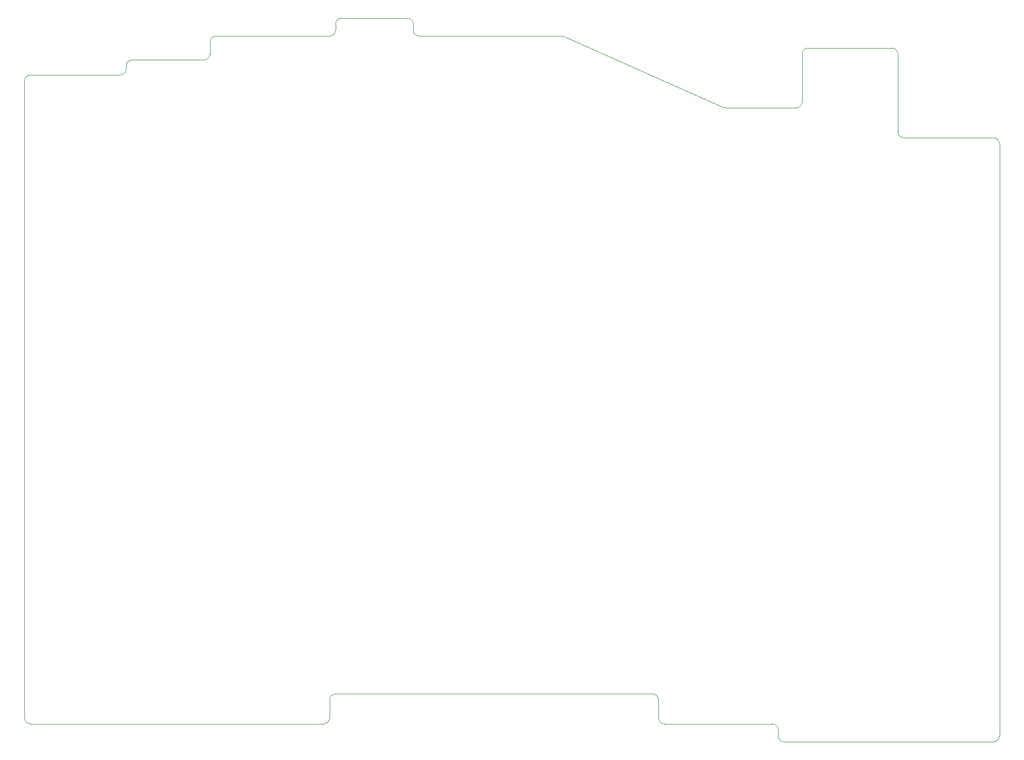
<source format=gbr>
%TF.GenerationSoftware,KiCad,Pcbnew,8.0.6*%
%TF.CreationDate,2024-10-31T21:18:19+01:00*%
%TF.ProjectId,keyboard,6b657962-6f61-4726-942e-6b696361645f,rev?*%
%TF.SameCoordinates,Original*%
%TF.FileFunction,Profile,NP*%
%FSLAX46Y46*%
G04 Gerber Fmt 4.6, Leading zero omitted, Abs format (unit mm)*
G04 Created by KiCad (PCBNEW 8.0.6) date 2024-10-31 21:18:19*
%MOMM*%
%LPD*%
G01*
G04 APERTURE LIST*
%TA.AperFunction,Profile*%
%ADD10C,0.050000*%
%TD*%
G04 APERTURE END LIST*
D10*
X77000000Y-39000000D02*
X77000000Y-39500000D01*
X77000000Y-39000000D02*
G75*
G02*
X78000000Y-38000000I1000000J0D01*
G01*
X223000000Y-52000000D02*
X223000000Y-151000000D01*
X166000000Y-148000000D02*
X166000000Y-145000000D01*
X191000000Y-36000000D02*
X205000000Y-36000000D01*
X190000000Y-45000000D02*
X190000000Y-37000000D01*
X165000000Y-144000000D02*
X112000000Y-144000000D01*
X185000000Y-149000000D02*
G75*
G02*
X186000000Y-150000000I0J-1000000D01*
G01*
X206000000Y-37000000D02*
X206000000Y-50000000D01*
X177212214Y-46000000D02*
G75*
G02*
X176806073Y-45913817I-14J1000000D01*
G01*
X124000000Y-31000000D02*
G75*
G02*
X125000000Y-32000000I0J-1000000D01*
G01*
X190000000Y-45000000D02*
G75*
G02*
X189000000Y-46000000I-1000000J0D01*
G01*
X113000000Y-31000000D02*
X124000000Y-31000000D01*
X61000000Y-40500000D02*
X76000000Y-40500000D01*
X111000000Y-145000000D02*
G75*
G02*
X112000000Y-144000000I1000000J0D01*
G01*
X125000000Y-32000000D02*
X125000000Y-33000000D01*
X190000000Y-37000000D02*
G75*
G02*
X191000000Y-36000000I1000000J0D01*
G01*
X60000000Y-148000000D02*
X60000000Y-41500000D01*
X110000000Y-149000000D02*
X61000000Y-149000000D01*
X207000000Y-51000000D02*
G75*
G02*
X206000000Y-50000000I0J1000000D01*
G01*
X177212214Y-46000000D02*
X189000000Y-46000000D01*
X207000000Y-51000000D02*
X214500000Y-51000000D01*
X222000000Y-51000000D02*
G75*
G02*
X223000000Y-52000000I0J-1000000D01*
G01*
X78000000Y-38000000D02*
X90000000Y-38000000D01*
X77000000Y-39500000D02*
G75*
G02*
X76000000Y-40500000I-1000000J0D01*
G01*
X214500000Y-51000000D02*
X222000000Y-51000000D01*
X111000000Y-145000000D02*
X111000000Y-148000000D01*
X91000000Y-35000000D02*
G75*
G02*
X92000000Y-34000000I1000000J0D01*
G01*
X91000000Y-37000000D02*
X91000000Y-35000000D01*
X149787786Y-34000000D02*
G75*
G02*
X150193923Y-34086191I14J-999900D01*
G01*
X186000000Y-151000000D02*
X186000000Y-150000000D01*
X222000000Y-152000000D02*
X187000000Y-152000000D01*
X112000000Y-33000000D02*
G75*
G02*
X111000000Y-34000000I-1000000J0D01*
G01*
X205000000Y-36000000D02*
G75*
G02*
X206000000Y-37000000I0J-1000000D01*
G01*
X61000000Y-149000000D02*
G75*
G02*
X60000000Y-148000000I0J1000000D01*
G01*
X126000000Y-34000000D02*
X149787786Y-34000000D01*
X92000000Y-34000000D02*
X111000000Y-34000000D01*
X223000000Y-151000000D02*
G75*
G02*
X222000000Y-152000000I-1000000J0D01*
G01*
X112000000Y-33000000D02*
X112000000Y-32000000D01*
X167000000Y-149000000D02*
G75*
G02*
X166000000Y-148000000I0J1000000D01*
G01*
X165000000Y-144000000D02*
G75*
G02*
X166000000Y-145000000I0J-1000000D01*
G01*
X150193924Y-34086189D02*
X176806076Y-45913811D01*
X126000000Y-34000000D02*
G75*
G02*
X125000000Y-33000000I0J1000000D01*
G01*
X111000000Y-148000000D02*
G75*
G02*
X110000000Y-149000000I-1000000J0D01*
G01*
X185000000Y-149000000D02*
X167000000Y-149000000D01*
X60000000Y-41500000D02*
G75*
G02*
X61000000Y-40500000I1000000J0D01*
G01*
X112000000Y-32000000D02*
G75*
G02*
X113000000Y-31000000I1000000J0D01*
G01*
X187000000Y-152000000D02*
G75*
G02*
X186000000Y-151000000I0J1000000D01*
G01*
X91000000Y-37000000D02*
G75*
G02*
X90000000Y-38000000I-1000000J0D01*
G01*
M02*

</source>
